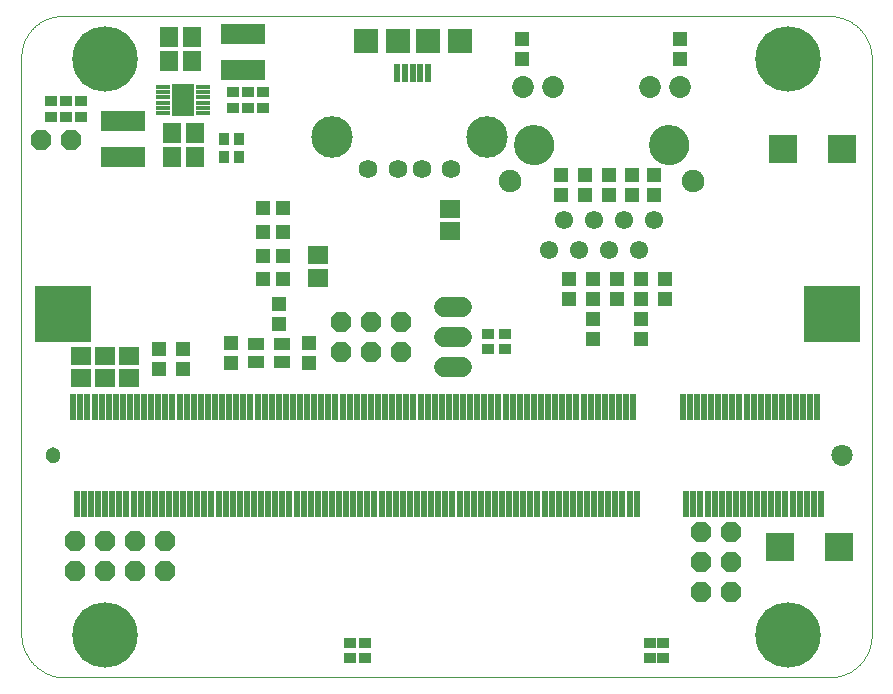
<source format=gbs>
G75*
%MOIN*%
%OFA0B0*%
%FSLAX25Y25*%
%IPPOS*%
%LPD*%
%AMOC8*
5,1,8,0,0,1.08239X$1,22.5*
%
%ADD10C,0.00000*%
%ADD11R,0.02178X0.08674*%
%ADD12R,0.18517X0.18910*%
%ADD13C,0.07099*%
%ADD14C,0.05131*%
%ADD15R,0.04737X0.01784*%
%ADD16R,0.07493X0.10643*%
%ADD17R,0.14580X0.06706*%
%ADD18C,0.06800*%
%ADD19R,0.03556X0.04343*%
%ADD20R,0.04343X0.03556*%
%ADD21R,0.05918X0.06706*%
%ADD22OC8,0.06800*%
%ADD23R,0.06706X0.05918*%
%ADD24C,0.21800*%
%ADD25R,0.09400X0.09400*%
%ADD26R,0.05131X0.04737*%
%ADD27R,0.04737X0.05131*%
%ADD28C,0.06115*%
%ADD29C,0.07296*%
%ADD30C,0.13398*%
%ADD31C,0.07493*%
%ADD32C,0.13855*%
%ADD33C,0.06233*%
%ADD34R,0.05524X0.04343*%
%ADD35R,0.02178X0.06312*%
%ADD36R,0.07887X0.08280*%
%ADD37R,0.08280X0.08280*%
D10*
X0015673Y0001500D02*
X0270791Y0001500D01*
X0271133Y0001504D01*
X0271476Y0001517D01*
X0271818Y0001537D01*
X0272159Y0001566D01*
X0272499Y0001603D01*
X0272839Y0001649D01*
X0273177Y0001702D01*
X0273514Y0001764D01*
X0273849Y0001834D01*
X0274183Y0001912D01*
X0274514Y0001998D01*
X0274844Y0002092D01*
X0275171Y0002194D01*
X0275495Y0002303D01*
X0275817Y0002421D01*
X0276136Y0002546D01*
X0276451Y0002679D01*
X0276764Y0002820D01*
X0277072Y0002968D01*
X0277378Y0003123D01*
X0277679Y0003286D01*
X0277976Y0003456D01*
X0278269Y0003633D01*
X0278558Y0003818D01*
X0278842Y0004009D01*
X0279122Y0004207D01*
X0279396Y0004411D01*
X0279666Y0004623D01*
X0279930Y0004840D01*
X0280189Y0005064D01*
X0280443Y0005295D01*
X0280691Y0005531D01*
X0280933Y0005773D01*
X0281169Y0006021D01*
X0281400Y0006275D01*
X0281624Y0006534D01*
X0281841Y0006798D01*
X0282053Y0007068D01*
X0282257Y0007342D01*
X0282455Y0007622D01*
X0282646Y0007906D01*
X0282831Y0008195D01*
X0283008Y0008488D01*
X0283178Y0008785D01*
X0283341Y0009086D01*
X0283496Y0009392D01*
X0283644Y0009700D01*
X0283785Y0010013D01*
X0283918Y0010328D01*
X0284043Y0010647D01*
X0284161Y0010969D01*
X0284270Y0011293D01*
X0284372Y0011620D01*
X0284466Y0011950D01*
X0284552Y0012281D01*
X0284630Y0012615D01*
X0284700Y0012950D01*
X0284762Y0013287D01*
X0284815Y0013625D01*
X0284861Y0013965D01*
X0284898Y0014305D01*
X0284927Y0014646D01*
X0284947Y0014988D01*
X0284960Y0015331D01*
X0284964Y0015673D01*
X0284965Y0015673D02*
X0284965Y0207799D01*
X0284964Y0207799D02*
X0284960Y0208141D01*
X0284947Y0208484D01*
X0284927Y0208826D01*
X0284898Y0209167D01*
X0284861Y0209507D01*
X0284815Y0209847D01*
X0284762Y0210185D01*
X0284700Y0210522D01*
X0284630Y0210857D01*
X0284552Y0211191D01*
X0284466Y0211522D01*
X0284372Y0211852D01*
X0284270Y0212179D01*
X0284161Y0212503D01*
X0284043Y0212825D01*
X0283918Y0213144D01*
X0283785Y0213459D01*
X0283644Y0213772D01*
X0283496Y0214080D01*
X0283341Y0214386D01*
X0283178Y0214687D01*
X0283008Y0214984D01*
X0282831Y0215277D01*
X0282646Y0215566D01*
X0282455Y0215850D01*
X0282257Y0216130D01*
X0282053Y0216404D01*
X0281841Y0216674D01*
X0281624Y0216938D01*
X0281400Y0217197D01*
X0281169Y0217451D01*
X0280933Y0217699D01*
X0280691Y0217941D01*
X0280443Y0218177D01*
X0280189Y0218408D01*
X0279930Y0218632D01*
X0279666Y0218849D01*
X0279396Y0219061D01*
X0279122Y0219265D01*
X0278842Y0219463D01*
X0278558Y0219654D01*
X0278269Y0219839D01*
X0277976Y0220016D01*
X0277679Y0220186D01*
X0277378Y0220349D01*
X0277072Y0220504D01*
X0276764Y0220652D01*
X0276451Y0220793D01*
X0276136Y0220926D01*
X0275817Y0221051D01*
X0275495Y0221169D01*
X0275171Y0221278D01*
X0274844Y0221380D01*
X0274514Y0221474D01*
X0274183Y0221560D01*
X0273849Y0221638D01*
X0273514Y0221708D01*
X0273177Y0221770D01*
X0272839Y0221823D01*
X0272499Y0221869D01*
X0272159Y0221906D01*
X0271818Y0221935D01*
X0271476Y0221955D01*
X0271133Y0221968D01*
X0270791Y0221972D01*
X0015673Y0221972D01*
X0015342Y0221980D01*
X0015012Y0221980D01*
X0014681Y0221972D01*
X0014351Y0221956D01*
X0014021Y0221932D01*
X0013692Y0221901D01*
X0013364Y0221861D01*
X0013037Y0221813D01*
X0012711Y0221758D01*
X0012386Y0221694D01*
X0012063Y0221623D01*
X0011742Y0221544D01*
X0011423Y0221457D01*
X0011107Y0221363D01*
X0010792Y0221261D01*
X0010480Y0221151D01*
X0010171Y0221034D01*
X0009865Y0220909D01*
X0009562Y0220777D01*
X0009262Y0220638D01*
X0008965Y0220492D01*
X0008672Y0220338D01*
X0008383Y0220177D01*
X0008098Y0220010D01*
X0007817Y0219836D01*
X0007541Y0219654D01*
X0007269Y0219467D01*
X0007001Y0219272D01*
X0006738Y0219072D01*
X0006480Y0218865D01*
X0006228Y0218652D01*
X0005980Y0218433D01*
X0005738Y0218207D01*
X0005501Y0217977D01*
X0005270Y0217740D01*
X0005045Y0217498D01*
X0004826Y0217251D01*
X0004612Y0216998D01*
X0004405Y0216740D01*
X0004204Y0216478D01*
X0004010Y0216210D01*
X0003822Y0215938D01*
X0003641Y0215662D01*
X0003466Y0215381D01*
X0003299Y0215096D01*
X0003138Y0214807D01*
X0002984Y0214514D01*
X0002838Y0214218D01*
X0002698Y0213918D01*
X0002566Y0213615D01*
X0002441Y0213309D01*
X0002324Y0213000D01*
X0002214Y0212688D01*
X0002112Y0212373D01*
X0002017Y0212057D01*
X0001930Y0211738D01*
X0001851Y0211417D01*
X0001779Y0211094D01*
X0001716Y0210769D01*
X0001660Y0210443D01*
X0001612Y0210116D01*
X0001572Y0209788D01*
X0001540Y0209459D01*
X0001516Y0209129D01*
X0001500Y0208799D01*
X0001500Y0016673D01*
X0001492Y0016318D01*
X0001492Y0015963D01*
X0001502Y0015609D01*
X0001520Y0015254D01*
X0001546Y0014901D01*
X0001581Y0014548D01*
X0001625Y0014195D01*
X0001677Y0013845D01*
X0001737Y0013495D01*
X0001806Y0013147D01*
X0001884Y0012801D01*
X0001969Y0012456D01*
X0002063Y0012114D01*
X0002165Y0011774D01*
X0002276Y0011437D01*
X0002394Y0011103D01*
X0002521Y0010771D01*
X0002655Y0010443D01*
X0002798Y0010118D01*
X0002948Y0009797D01*
X0003106Y0009479D01*
X0003271Y0009165D01*
X0003445Y0008855D01*
X0003625Y0008550D01*
X0003813Y0008249D01*
X0004008Y0007953D01*
X0004210Y0007661D01*
X0004419Y0007375D01*
X0004635Y0007093D01*
X0004858Y0006817D01*
X0005088Y0006546D01*
X0005323Y0006281D01*
X0005566Y0006022D01*
X0005814Y0005769D01*
X0006068Y0005521D01*
X0006329Y0005280D01*
X0006595Y0005046D01*
X0006867Y0004817D01*
X0007144Y0004596D01*
X0007426Y0004381D01*
X0007714Y0004173D01*
X0008006Y0003972D01*
X0008303Y0003778D01*
X0008605Y0003592D01*
X0008911Y0003413D01*
X0009222Y0003241D01*
X0009536Y0003077D01*
X0009855Y0002920D01*
X0010177Y0002771D01*
X0010502Y0002630D01*
X0010831Y0002497D01*
X0011163Y0002372D01*
X0011498Y0002255D01*
X0011836Y0002146D01*
X0012176Y0002046D01*
X0012518Y0001953D01*
X0012863Y0001869D01*
X0013210Y0001793D01*
X0013558Y0001726D01*
X0013908Y0001667D01*
X0014259Y0001616D01*
X0014611Y0001574D01*
X0014965Y0001541D01*
X0015319Y0001516D01*
X0015673Y0001500D01*
X0009776Y0075500D02*
X0009778Y0075593D01*
X0009784Y0075685D01*
X0009794Y0075777D01*
X0009808Y0075868D01*
X0009825Y0075959D01*
X0009847Y0076049D01*
X0009872Y0076138D01*
X0009901Y0076226D01*
X0009934Y0076312D01*
X0009971Y0076397D01*
X0010011Y0076481D01*
X0010055Y0076562D01*
X0010102Y0076642D01*
X0010152Y0076720D01*
X0010206Y0076795D01*
X0010263Y0076868D01*
X0010323Y0076938D01*
X0010386Y0077006D01*
X0010452Y0077071D01*
X0010520Y0077133D01*
X0010591Y0077193D01*
X0010665Y0077249D01*
X0010741Y0077302D01*
X0010819Y0077351D01*
X0010899Y0077398D01*
X0010981Y0077440D01*
X0011065Y0077480D01*
X0011150Y0077515D01*
X0011237Y0077547D01*
X0011325Y0077576D01*
X0011414Y0077600D01*
X0011504Y0077621D01*
X0011595Y0077637D01*
X0011687Y0077650D01*
X0011779Y0077659D01*
X0011872Y0077664D01*
X0011964Y0077665D01*
X0012057Y0077662D01*
X0012149Y0077655D01*
X0012241Y0077644D01*
X0012332Y0077629D01*
X0012423Y0077611D01*
X0012513Y0077588D01*
X0012601Y0077562D01*
X0012689Y0077532D01*
X0012775Y0077498D01*
X0012859Y0077461D01*
X0012942Y0077419D01*
X0013023Y0077375D01*
X0013103Y0077327D01*
X0013180Y0077276D01*
X0013254Y0077221D01*
X0013327Y0077163D01*
X0013397Y0077103D01*
X0013464Y0077039D01*
X0013528Y0076973D01*
X0013590Y0076903D01*
X0013648Y0076832D01*
X0013703Y0076758D01*
X0013755Y0076681D01*
X0013804Y0076602D01*
X0013850Y0076522D01*
X0013892Y0076439D01*
X0013930Y0076355D01*
X0013965Y0076269D01*
X0013996Y0076182D01*
X0014023Y0076094D01*
X0014046Y0076004D01*
X0014066Y0075914D01*
X0014082Y0075823D01*
X0014094Y0075731D01*
X0014102Y0075639D01*
X0014106Y0075546D01*
X0014106Y0075454D01*
X0014102Y0075361D01*
X0014094Y0075269D01*
X0014082Y0075177D01*
X0014066Y0075086D01*
X0014046Y0074996D01*
X0014023Y0074906D01*
X0013996Y0074818D01*
X0013965Y0074731D01*
X0013930Y0074645D01*
X0013892Y0074561D01*
X0013850Y0074478D01*
X0013804Y0074398D01*
X0013755Y0074319D01*
X0013703Y0074242D01*
X0013648Y0074168D01*
X0013590Y0074097D01*
X0013528Y0074027D01*
X0013464Y0073961D01*
X0013397Y0073897D01*
X0013327Y0073837D01*
X0013254Y0073779D01*
X0013180Y0073724D01*
X0013103Y0073673D01*
X0013024Y0073625D01*
X0012942Y0073581D01*
X0012859Y0073539D01*
X0012775Y0073502D01*
X0012689Y0073468D01*
X0012601Y0073438D01*
X0012513Y0073412D01*
X0012423Y0073389D01*
X0012332Y0073371D01*
X0012241Y0073356D01*
X0012149Y0073345D01*
X0012057Y0073338D01*
X0011964Y0073335D01*
X0011872Y0073336D01*
X0011779Y0073341D01*
X0011687Y0073350D01*
X0011595Y0073363D01*
X0011504Y0073379D01*
X0011414Y0073400D01*
X0011325Y0073424D01*
X0011237Y0073453D01*
X0011150Y0073485D01*
X0011065Y0073520D01*
X0010981Y0073560D01*
X0010899Y0073602D01*
X0010819Y0073649D01*
X0010741Y0073698D01*
X0010665Y0073751D01*
X0010591Y0073807D01*
X0010520Y0073867D01*
X0010452Y0073929D01*
X0010386Y0073994D01*
X0010323Y0074062D01*
X0010263Y0074132D01*
X0010206Y0074205D01*
X0010152Y0074280D01*
X0010102Y0074358D01*
X0010055Y0074438D01*
X0010011Y0074519D01*
X0009971Y0074603D01*
X0009934Y0074688D01*
X0009901Y0074774D01*
X0009872Y0074862D01*
X0009847Y0074951D01*
X0009825Y0075041D01*
X0009808Y0075132D01*
X0009794Y0075223D01*
X0009784Y0075315D01*
X0009778Y0075407D01*
X0009776Y0075500D01*
X0161142Y0166992D02*
X0161144Y0167107D01*
X0161150Y0167223D01*
X0161160Y0167338D01*
X0161174Y0167453D01*
X0161192Y0167567D01*
X0161214Y0167680D01*
X0161239Y0167793D01*
X0161269Y0167904D01*
X0161302Y0168015D01*
X0161339Y0168124D01*
X0161380Y0168232D01*
X0161425Y0168339D01*
X0161473Y0168444D01*
X0161525Y0168547D01*
X0161581Y0168648D01*
X0161640Y0168748D01*
X0161702Y0168845D01*
X0161768Y0168940D01*
X0161836Y0169033D01*
X0161908Y0169123D01*
X0161983Y0169211D01*
X0162062Y0169296D01*
X0162143Y0169378D01*
X0162226Y0169458D01*
X0162313Y0169534D01*
X0162402Y0169608D01*
X0162493Y0169678D01*
X0162587Y0169746D01*
X0162683Y0169810D01*
X0162782Y0169870D01*
X0162882Y0169927D01*
X0162984Y0169981D01*
X0163088Y0170031D01*
X0163194Y0170078D01*
X0163301Y0170121D01*
X0163410Y0170160D01*
X0163520Y0170195D01*
X0163631Y0170226D01*
X0163743Y0170254D01*
X0163856Y0170278D01*
X0163970Y0170298D01*
X0164085Y0170314D01*
X0164200Y0170326D01*
X0164315Y0170334D01*
X0164430Y0170338D01*
X0164546Y0170338D01*
X0164661Y0170334D01*
X0164776Y0170326D01*
X0164891Y0170314D01*
X0165006Y0170298D01*
X0165120Y0170278D01*
X0165233Y0170254D01*
X0165345Y0170226D01*
X0165456Y0170195D01*
X0165566Y0170160D01*
X0165675Y0170121D01*
X0165782Y0170078D01*
X0165888Y0170031D01*
X0165992Y0169981D01*
X0166094Y0169927D01*
X0166194Y0169870D01*
X0166293Y0169810D01*
X0166389Y0169746D01*
X0166483Y0169678D01*
X0166574Y0169608D01*
X0166663Y0169534D01*
X0166750Y0169458D01*
X0166833Y0169378D01*
X0166914Y0169296D01*
X0166993Y0169211D01*
X0167068Y0169123D01*
X0167140Y0169033D01*
X0167208Y0168940D01*
X0167274Y0168845D01*
X0167336Y0168748D01*
X0167395Y0168648D01*
X0167451Y0168547D01*
X0167503Y0168444D01*
X0167551Y0168339D01*
X0167596Y0168232D01*
X0167637Y0168124D01*
X0167674Y0168015D01*
X0167707Y0167904D01*
X0167737Y0167793D01*
X0167762Y0167680D01*
X0167784Y0167567D01*
X0167802Y0167453D01*
X0167816Y0167338D01*
X0167826Y0167223D01*
X0167832Y0167107D01*
X0167834Y0166992D01*
X0167832Y0166877D01*
X0167826Y0166761D01*
X0167816Y0166646D01*
X0167802Y0166531D01*
X0167784Y0166417D01*
X0167762Y0166304D01*
X0167737Y0166191D01*
X0167707Y0166080D01*
X0167674Y0165969D01*
X0167637Y0165860D01*
X0167596Y0165752D01*
X0167551Y0165645D01*
X0167503Y0165540D01*
X0167451Y0165437D01*
X0167395Y0165336D01*
X0167336Y0165236D01*
X0167274Y0165139D01*
X0167208Y0165044D01*
X0167140Y0164951D01*
X0167068Y0164861D01*
X0166993Y0164773D01*
X0166914Y0164688D01*
X0166833Y0164606D01*
X0166750Y0164526D01*
X0166663Y0164450D01*
X0166574Y0164376D01*
X0166483Y0164306D01*
X0166389Y0164238D01*
X0166293Y0164174D01*
X0166194Y0164114D01*
X0166094Y0164057D01*
X0165992Y0164003D01*
X0165888Y0163953D01*
X0165782Y0163906D01*
X0165675Y0163863D01*
X0165566Y0163824D01*
X0165456Y0163789D01*
X0165345Y0163758D01*
X0165233Y0163730D01*
X0165120Y0163706D01*
X0165006Y0163686D01*
X0164891Y0163670D01*
X0164776Y0163658D01*
X0164661Y0163650D01*
X0164546Y0163646D01*
X0164430Y0163646D01*
X0164315Y0163650D01*
X0164200Y0163658D01*
X0164085Y0163670D01*
X0163970Y0163686D01*
X0163856Y0163706D01*
X0163743Y0163730D01*
X0163631Y0163758D01*
X0163520Y0163789D01*
X0163410Y0163824D01*
X0163301Y0163863D01*
X0163194Y0163906D01*
X0163088Y0163953D01*
X0162984Y0164003D01*
X0162882Y0164057D01*
X0162782Y0164114D01*
X0162683Y0164174D01*
X0162587Y0164238D01*
X0162493Y0164306D01*
X0162402Y0164376D01*
X0162313Y0164450D01*
X0162226Y0164526D01*
X0162143Y0164606D01*
X0162062Y0164688D01*
X0161983Y0164773D01*
X0161908Y0164861D01*
X0161836Y0164951D01*
X0161768Y0165044D01*
X0161702Y0165139D01*
X0161640Y0165236D01*
X0161581Y0165336D01*
X0161525Y0165437D01*
X0161473Y0165540D01*
X0161425Y0165645D01*
X0161380Y0165752D01*
X0161339Y0165860D01*
X0161302Y0165969D01*
X0161269Y0166080D01*
X0161239Y0166191D01*
X0161214Y0166304D01*
X0161192Y0166417D01*
X0161174Y0166531D01*
X0161160Y0166646D01*
X0161150Y0166761D01*
X0161144Y0166877D01*
X0161142Y0166992D01*
X0166201Y0179000D02*
X0166203Y0179158D01*
X0166209Y0179316D01*
X0166219Y0179474D01*
X0166233Y0179632D01*
X0166251Y0179789D01*
X0166272Y0179946D01*
X0166298Y0180102D01*
X0166328Y0180258D01*
X0166361Y0180413D01*
X0166399Y0180566D01*
X0166440Y0180719D01*
X0166485Y0180871D01*
X0166534Y0181022D01*
X0166587Y0181171D01*
X0166643Y0181319D01*
X0166703Y0181465D01*
X0166767Y0181610D01*
X0166835Y0181753D01*
X0166906Y0181895D01*
X0166980Y0182035D01*
X0167058Y0182172D01*
X0167140Y0182308D01*
X0167224Y0182442D01*
X0167313Y0182573D01*
X0167404Y0182702D01*
X0167499Y0182829D01*
X0167596Y0182954D01*
X0167697Y0183076D01*
X0167801Y0183195D01*
X0167908Y0183312D01*
X0168018Y0183426D01*
X0168131Y0183537D01*
X0168246Y0183646D01*
X0168364Y0183751D01*
X0168485Y0183853D01*
X0168608Y0183953D01*
X0168734Y0184049D01*
X0168862Y0184142D01*
X0168992Y0184232D01*
X0169125Y0184318D01*
X0169260Y0184402D01*
X0169396Y0184481D01*
X0169535Y0184558D01*
X0169676Y0184630D01*
X0169818Y0184700D01*
X0169962Y0184765D01*
X0170108Y0184827D01*
X0170255Y0184885D01*
X0170404Y0184940D01*
X0170554Y0184991D01*
X0170705Y0185038D01*
X0170857Y0185081D01*
X0171010Y0185120D01*
X0171165Y0185156D01*
X0171320Y0185187D01*
X0171476Y0185215D01*
X0171632Y0185239D01*
X0171789Y0185259D01*
X0171947Y0185275D01*
X0172104Y0185287D01*
X0172263Y0185295D01*
X0172421Y0185299D01*
X0172579Y0185299D01*
X0172737Y0185295D01*
X0172896Y0185287D01*
X0173053Y0185275D01*
X0173211Y0185259D01*
X0173368Y0185239D01*
X0173524Y0185215D01*
X0173680Y0185187D01*
X0173835Y0185156D01*
X0173990Y0185120D01*
X0174143Y0185081D01*
X0174295Y0185038D01*
X0174446Y0184991D01*
X0174596Y0184940D01*
X0174745Y0184885D01*
X0174892Y0184827D01*
X0175038Y0184765D01*
X0175182Y0184700D01*
X0175324Y0184630D01*
X0175465Y0184558D01*
X0175604Y0184481D01*
X0175740Y0184402D01*
X0175875Y0184318D01*
X0176008Y0184232D01*
X0176138Y0184142D01*
X0176266Y0184049D01*
X0176392Y0183953D01*
X0176515Y0183853D01*
X0176636Y0183751D01*
X0176754Y0183646D01*
X0176869Y0183537D01*
X0176982Y0183426D01*
X0177092Y0183312D01*
X0177199Y0183195D01*
X0177303Y0183076D01*
X0177404Y0182954D01*
X0177501Y0182829D01*
X0177596Y0182702D01*
X0177687Y0182573D01*
X0177776Y0182442D01*
X0177860Y0182308D01*
X0177942Y0182172D01*
X0178020Y0182035D01*
X0178094Y0181895D01*
X0178165Y0181753D01*
X0178233Y0181610D01*
X0178297Y0181465D01*
X0178357Y0181319D01*
X0178413Y0181171D01*
X0178466Y0181022D01*
X0178515Y0180871D01*
X0178560Y0180719D01*
X0178601Y0180566D01*
X0178639Y0180413D01*
X0178672Y0180258D01*
X0178702Y0180102D01*
X0178728Y0179946D01*
X0178749Y0179789D01*
X0178767Y0179632D01*
X0178781Y0179474D01*
X0178791Y0179316D01*
X0178797Y0179158D01*
X0178799Y0179000D01*
X0178797Y0178842D01*
X0178791Y0178684D01*
X0178781Y0178526D01*
X0178767Y0178368D01*
X0178749Y0178211D01*
X0178728Y0178054D01*
X0178702Y0177898D01*
X0178672Y0177742D01*
X0178639Y0177587D01*
X0178601Y0177434D01*
X0178560Y0177281D01*
X0178515Y0177129D01*
X0178466Y0176978D01*
X0178413Y0176829D01*
X0178357Y0176681D01*
X0178297Y0176535D01*
X0178233Y0176390D01*
X0178165Y0176247D01*
X0178094Y0176105D01*
X0178020Y0175965D01*
X0177942Y0175828D01*
X0177860Y0175692D01*
X0177776Y0175558D01*
X0177687Y0175427D01*
X0177596Y0175298D01*
X0177501Y0175171D01*
X0177404Y0175046D01*
X0177303Y0174924D01*
X0177199Y0174805D01*
X0177092Y0174688D01*
X0176982Y0174574D01*
X0176869Y0174463D01*
X0176754Y0174354D01*
X0176636Y0174249D01*
X0176515Y0174147D01*
X0176392Y0174047D01*
X0176266Y0173951D01*
X0176138Y0173858D01*
X0176008Y0173768D01*
X0175875Y0173682D01*
X0175740Y0173598D01*
X0175604Y0173519D01*
X0175465Y0173442D01*
X0175324Y0173370D01*
X0175182Y0173300D01*
X0175038Y0173235D01*
X0174892Y0173173D01*
X0174745Y0173115D01*
X0174596Y0173060D01*
X0174446Y0173009D01*
X0174295Y0172962D01*
X0174143Y0172919D01*
X0173990Y0172880D01*
X0173835Y0172844D01*
X0173680Y0172813D01*
X0173524Y0172785D01*
X0173368Y0172761D01*
X0173211Y0172741D01*
X0173053Y0172725D01*
X0172896Y0172713D01*
X0172737Y0172705D01*
X0172579Y0172701D01*
X0172421Y0172701D01*
X0172263Y0172705D01*
X0172104Y0172713D01*
X0171947Y0172725D01*
X0171789Y0172741D01*
X0171632Y0172761D01*
X0171476Y0172785D01*
X0171320Y0172813D01*
X0171165Y0172844D01*
X0171010Y0172880D01*
X0170857Y0172919D01*
X0170705Y0172962D01*
X0170554Y0173009D01*
X0170404Y0173060D01*
X0170255Y0173115D01*
X0170108Y0173173D01*
X0169962Y0173235D01*
X0169818Y0173300D01*
X0169676Y0173370D01*
X0169535Y0173442D01*
X0169396Y0173519D01*
X0169260Y0173598D01*
X0169125Y0173682D01*
X0168992Y0173768D01*
X0168862Y0173858D01*
X0168734Y0173951D01*
X0168608Y0174047D01*
X0168485Y0174147D01*
X0168364Y0174249D01*
X0168246Y0174354D01*
X0168131Y0174463D01*
X0168018Y0174574D01*
X0167908Y0174688D01*
X0167801Y0174805D01*
X0167697Y0174924D01*
X0167596Y0175046D01*
X0167499Y0175171D01*
X0167404Y0175298D01*
X0167313Y0175427D01*
X0167224Y0175558D01*
X0167140Y0175692D01*
X0167058Y0175828D01*
X0166980Y0175965D01*
X0166906Y0176105D01*
X0166835Y0176247D01*
X0166767Y0176390D01*
X0166703Y0176535D01*
X0166643Y0176681D01*
X0166587Y0176829D01*
X0166534Y0176978D01*
X0166485Y0177129D01*
X0166440Y0177281D01*
X0166399Y0177434D01*
X0166361Y0177587D01*
X0166328Y0177742D01*
X0166298Y0177898D01*
X0166272Y0178054D01*
X0166251Y0178211D01*
X0166233Y0178368D01*
X0166219Y0178526D01*
X0166209Y0178684D01*
X0166203Y0178842D01*
X0166201Y0179000D01*
X0211201Y0179000D02*
X0211203Y0179158D01*
X0211209Y0179316D01*
X0211219Y0179474D01*
X0211233Y0179632D01*
X0211251Y0179789D01*
X0211272Y0179946D01*
X0211298Y0180102D01*
X0211328Y0180258D01*
X0211361Y0180413D01*
X0211399Y0180566D01*
X0211440Y0180719D01*
X0211485Y0180871D01*
X0211534Y0181022D01*
X0211587Y0181171D01*
X0211643Y0181319D01*
X0211703Y0181465D01*
X0211767Y0181610D01*
X0211835Y0181753D01*
X0211906Y0181895D01*
X0211980Y0182035D01*
X0212058Y0182172D01*
X0212140Y0182308D01*
X0212224Y0182442D01*
X0212313Y0182573D01*
X0212404Y0182702D01*
X0212499Y0182829D01*
X0212596Y0182954D01*
X0212697Y0183076D01*
X0212801Y0183195D01*
X0212908Y0183312D01*
X0213018Y0183426D01*
X0213131Y0183537D01*
X0213246Y0183646D01*
X0213364Y0183751D01*
X0213485Y0183853D01*
X0213608Y0183953D01*
X0213734Y0184049D01*
X0213862Y0184142D01*
X0213992Y0184232D01*
X0214125Y0184318D01*
X0214260Y0184402D01*
X0214396Y0184481D01*
X0214535Y0184558D01*
X0214676Y0184630D01*
X0214818Y0184700D01*
X0214962Y0184765D01*
X0215108Y0184827D01*
X0215255Y0184885D01*
X0215404Y0184940D01*
X0215554Y0184991D01*
X0215705Y0185038D01*
X0215857Y0185081D01*
X0216010Y0185120D01*
X0216165Y0185156D01*
X0216320Y0185187D01*
X0216476Y0185215D01*
X0216632Y0185239D01*
X0216789Y0185259D01*
X0216947Y0185275D01*
X0217104Y0185287D01*
X0217263Y0185295D01*
X0217421Y0185299D01*
X0217579Y0185299D01*
X0217737Y0185295D01*
X0217896Y0185287D01*
X0218053Y0185275D01*
X0218211Y0185259D01*
X0218368Y0185239D01*
X0218524Y0185215D01*
X0218680Y0185187D01*
X0218835Y0185156D01*
X0218990Y0185120D01*
X0219143Y0185081D01*
X0219295Y0185038D01*
X0219446Y0184991D01*
X0219596Y0184940D01*
X0219745Y0184885D01*
X0219892Y0184827D01*
X0220038Y0184765D01*
X0220182Y0184700D01*
X0220324Y0184630D01*
X0220465Y0184558D01*
X0220604Y0184481D01*
X0220740Y0184402D01*
X0220875Y0184318D01*
X0221008Y0184232D01*
X0221138Y0184142D01*
X0221266Y0184049D01*
X0221392Y0183953D01*
X0221515Y0183853D01*
X0221636Y0183751D01*
X0221754Y0183646D01*
X0221869Y0183537D01*
X0221982Y0183426D01*
X0222092Y0183312D01*
X0222199Y0183195D01*
X0222303Y0183076D01*
X0222404Y0182954D01*
X0222501Y0182829D01*
X0222596Y0182702D01*
X0222687Y0182573D01*
X0222776Y0182442D01*
X0222860Y0182308D01*
X0222942Y0182172D01*
X0223020Y0182035D01*
X0223094Y0181895D01*
X0223165Y0181753D01*
X0223233Y0181610D01*
X0223297Y0181465D01*
X0223357Y0181319D01*
X0223413Y0181171D01*
X0223466Y0181022D01*
X0223515Y0180871D01*
X0223560Y0180719D01*
X0223601Y0180566D01*
X0223639Y0180413D01*
X0223672Y0180258D01*
X0223702Y0180102D01*
X0223728Y0179946D01*
X0223749Y0179789D01*
X0223767Y0179632D01*
X0223781Y0179474D01*
X0223791Y0179316D01*
X0223797Y0179158D01*
X0223799Y0179000D01*
X0223797Y0178842D01*
X0223791Y0178684D01*
X0223781Y0178526D01*
X0223767Y0178368D01*
X0223749Y0178211D01*
X0223728Y0178054D01*
X0223702Y0177898D01*
X0223672Y0177742D01*
X0223639Y0177587D01*
X0223601Y0177434D01*
X0223560Y0177281D01*
X0223515Y0177129D01*
X0223466Y0176978D01*
X0223413Y0176829D01*
X0223357Y0176681D01*
X0223297Y0176535D01*
X0223233Y0176390D01*
X0223165Y0176247D01*
X0223094Y0176105D01*
X0223020Y0175965D01*
X0222942Y0175828D01*
X0222860Y0175692D01*
X0222776Y0175558D01*
X0222687Y0175427D01*
X0222596Y0175298D01*
X0222501Y0175171D01*
X0222404Y0175046D01*
X0222303Y0174924D01*
X0222199Y0174805D01*
X0222092Y0174688D01*
X0221982Y0174574D01*
X0221869Y0174463D01*
X0221754Y0174354D01*
X0221636Y0174249D01*
X0221515Y0174147D01*
X0221392Y0174047D01*
X0221266Y0173951D01*
X0221138Y0173858D01*
X0221008Y0173768D01*
X0220875Y0173682D01*
X0220740Y0173598D01*
X0220604Y0173519D01*
X0220465Y0173442D01*
X0220324Y0173370D01*
X0220182Y0173300D01*
X0220038Y0173235D01*
X0219892Y0173173D01*
X0219745Y0173115D01*
X0219596Y0173060D01*
X0219446Y0173009D01*
X0219295Y0172962D01*
X0219143Y0172919D01*
X0218990Y0172880D01*
X0218835Y0172844D01*
X0218680Y0172813D01*
X0218524Y0172785D01*
X0218368Y0172761D01*
X0218211Y0172741D01*
X0218053Y0172725D01*
X0217896Y0172713D01*
X0217737Y0172705D01*
X0217579Y0172701D01*
X0217421Y0172701D01*
X0217263Y0172705D01*
X0217104Y0172713D01*
X0216947Y0172725D01*
X0216789Y0172741D01*
X0216632Y0172761D01*
X0216476Y0172785D01*
X0216320Y0172813D01*
X0216165Y0172844D01*
X0216010Y0172880D01*
X0215857Y0172919D01*
X0215705Y0172962D01*
X0215554Y0173009D01*
X0215404Y0173060D01*
X0215255Y0173115D01*
X0215108Y0173173D01*
X0214962Y0173235D01*
X0214818Y0173300D01*
X0214676Y0173370D01*
X0214535Y0173442D01*
X0214396Y0173519D01*
X0214260Y0173598D01*
X0214125Y0173682D01*
X0213992Y0173768D01*
X0213862Y0173858D01*
X0213734Y0173951D01*
X0213608Y0174047D01*
X0213485Y0174147D01*
X0213364Y0174249D01*
X0213246Y0174354D01*
X0213131Y0174463D01*
X0213018Y0174574D01*
X0212908Y0174688D01*
X0212801Y0174805D01*
X0212697Y0174924D01*
X0212596Y0175046D01*
X0212499Y0175171D01*
X0212404Y0175298D01*
X0212313Y0175427D01*
X0212224Y0175558D01*
X0212140Y0175692D01*
X0212058Y0175828D01*
X0211980Y0175965D01*
X0211906Y0176105D01*
X0211835Y0176247D01*
X0211767Y0176390D01*
X0211703Y0176535D01*
X0211643Y0176681D01*
X0211587Y0176829D01*
X0211534Y0176978D01*
X0211485Y0177129D01*
X0211440Y0177281D01*
X0211399Y0177434D01*
X0211361Y0177587D01*
X0211328Y0177742D01*
X0211298Y0177898D01*
X0211272Y0178054D01*
X0211251Y0178211D01*
X0211233Y0178368D01*
X0211219Y0178526D01*
X0211209Y0178684D01*
X0211203Y0178842D01*
X0211201Y0179000D01*
X0222166Y0166992D02*
X0222168Y0167107D01*
X0222174Y0167223D01*
X0222184Y0167338D01*
X0222198Y0167453D01*
X0222216Y0167567D01*
X0222238Y0167680D01*
X0222263Y0167793D01*
X0222293Y0167904D01*
X0222326Y0168015D01*
X0222363Y0168124D01*
X0222404Y0168232D01*
X0222449Y0168339D01*
X0222497Y0168444D01*
X0222549Y0168547D01*
X0222605Y0168648D01*
X0222664Y0168748D01*
X0222726Y0168845D01*
X0222792Y0168940D01*
X0222860Y0169033D01*
X0222932Y0169123D01*
X0223007Y0169211D01*
X0223086Y0169296D01*
X0223167Y0169378D01*
X0223250Y0169458D01*
X0223337Y0169534D01*
X0223426Y0169608D01*
X0223517Y0169678D01*
X0223611Y0169746D01*
X0223707Y0169810D01*
X0223806Y0169870D01*
X0223906Y0169927D01*
X0224008Y0169981D01*
X0224112Y0170031D01*
X0224218Y0170078D01*
X0224325Y0170121D01*
X0224434Y0170160D01*
X0224544Y0170195D01*
X0224655Y0170226D01*
X0224767Y0170254D01*
X0224880Y0170278D01*
X0224994Y0170298D01*
X0225109Y0170314D01*
X0225224Y0170326D01*
X0225339Y0170334D01*
X0225454Y0170338D01*
X0225570Y0170338D01*
X0225685Y0170334D01*
X0225800Y0170326D01*
X0225915Y0170314D01*
X0226030Y0170298D01*
X0226144Y0170278D01*
X0226257Y0170254D01*
X0226369Y0170226D01*
X0226480Y0170195D01*
X0226590Y0170160D01*
X0226699Y0170121D01*
X0226806Y0170078D01*
X0226912Y0170031D01*
X0227016Y0169981D01*
X0227118Y0169927D01*
X0227218Y0169870D01*
X0227317Y0169810D01*
X0227413Y0169746D01*
X0227507Y0169678D01*
X0227598Y0169608D01*
X0227687Y0169534D01*
X0227774Y0169458D01*
X0227857Y0169378D01*
X0227938Y0169296D01*
X0228017Y0169211D01*
X0228092Y0169123D01*
X0228164Y0169033D01*
X0228232Y0168940D01*
X0228298Y0168845D01*
X0228360Y0168748D01*
X0228419Y0168648D01*
X0228475Y0168547D01*
X0228527Y0168444D01*
X0228575Y0168339D01*
X0228620Y0168232D01*
X0228661Y0168124D01*
X0228698Y0168015D01*
X0228731Y0167904D01*
X0228761Y0167793D01*
X0228786Y0167680D01*
X0228808Y0167567D01*
X0228826Y0167453D01*
X0228840Y0167338D01*
X0228850Y0167223D01*
X0228856Y0167107D01*
X0228858Y0166992D01*
X0228856Y0166877D01*
X0228850Y0166761D01*
X0228840Y0166646D01*
X0228826Y0166531D01*
X0228808Y0166417D01*
X0228786Y0166304D01*
X0228761Y0166191D01*
X0228731Y0166080D01*
X0228698Y0165969D01*
X0228661Y0165860D01*
X0228620Y0165752D01*
X0228575Y0165645D01*
X0228527Y0165540D01*
X0228475Y0165437D01*
X0228419Y0165336D01*
X0228360Y0165236D01*
X0228298Y0165139D01*
X0228232Y0165044D01*
X0228164Y0164951D01*
X0228092Y0164861D01*
X0228017Y0164773D01*
X0227938Y0164688D01*
X0227857Y0164606D01*
X0227774Y0164526D01*
X0227687Y0164450D01*
X0227598Y0164376D01*
X0227507Y0164306D01*
X0227413Y0164238D01*
X0227317Y0164174D01*
X0227218Y0164114D01*
X0227118Y0164057D01*
X0227016Y0164003D01*
X0226912Y0163953D01*
X0226806Y0163906D01*
X0226699Y0163863D01*
X0226590Y0163824D01*
X0226480Y0163789D01*
X0226369Y0163758D01*
X0226257Y0163730D01*
X0226144Y0163706D01*
X0226030Y0163686D01*
X0225915Y0163670D01*
X0225800Y0163658D01*
X0225685Y0163650D01*
X0225570Y0163646D01*
X0225454Y0163646D01*
X0225339Y0163650D01*
X0225224Y0163658D01*
X0225109Y0163670D01*
X0224994Y0163686D01*
X0224880Y0163706D01*
X0224767Y0163730D01*
X0224655Y0163758D01*
X0224544Y0163789D01*
X0224434Y0163824D01*
X0224325Y0163863D01*
X0224218Y0163906D01*
X0224112Y0163953D01*
X0224008Y0164003D01*
X0223906Y0164057D01*
X0223806Y0164114D01*
X0223707Y0164174D01*
X0223611Y0164238D01*
X0223517Y0164306D01*
X0223426Y0164376D01*
X0223337Y0164450D01*
X0223250Y0164526D01*
X0223167Y0164606D01*
X0223086Y0164688D01*
X0223007Y0164773D01*
X0222932Y0164861D01*
X0222860Y0164951D01*
X0222792Y0165044D01*
X0222726Y0165139D01*
X0222664Y0165236D01*
X0222605Y0165336D01*
X0222549Y0165437D01*
X0222497Y0165540D01*
X0222449Y0165645D01*
X0222404Y0165752D01*
X0222363Y0165860D01*
X0222326Y0165969D01*
X0222293Y0166080D01*
X0222263Y0166191D01*
X0222238Y0166304D01*
X0222216Y0166417D01*
X0222198Y0166531D01*
X0222184Y0166646D01*
X0222174Y0166761D01*
X0222168Y0166877D01*
X0222166Y0166992D01*
X0271783Y0075500D02*
X0271785Y0075612D01*
X0271791Y0075723D01*
X0271801Y0075835D01*
X0271815Y0075946D01*
X0271832Y0076056D01*
X0271854Y0076166D01*
X0271880Y0076275D01*
X0271909Y0076383D01*
X0271942Y0076489D01*
X0271979Y0076595D01*
X0272020Y0076699D01*
X0272065Y0076802D01*
X0272113Y0076903D01*
X0272164Y0077002D01*
X0272219Y0077099D01*
X0272278Y0077194D01*
X0272339Y0077288D01*
X0272404Y0077379D01*
X0272473Y0077467D01*
X0272544Y0077553D01*
X0272618Y0077637D01*
X0272696Y0077717D01*
X0272776Y0077795D01*
X0272859Y0077871D01*
X0272944Y0077943D01*
X0273032Y0078012D01*
X0273122Y0078078D01*
X0273215Y0078140D01*
X0273310Y0078200D01*
X0273407Y0078256D01*
X0273505Y0078308D01*
X0273606Y0078357D01*
X0273708Y0078402D01*
X0273812Y0078444D01*
X0273917Y0078482D01*
X0274024Y0078516D01*
X0274131Y0078546D01*
X0274240Y0078573D01*
X0274349Y0078595D01*
X0274460Y0078614D01*
X0274570Y0078629D01*
X0274682Y0078640D01*
X0274793Y0078647D01*
X0274905Y0078650D01*
X0275017Y0078649D01*
X0275129Y0078644D01*
X0275240Y0078635D01*
X0275351Y0078622D01*
X0275462Y0078605D01*
X0275572Y0078585D01*
X0275681Y0078560D01*
X0275789Y0078532D01*
X0275896Y0078499D01*
X0276002Y0078463D01*
X0276106Y0078423D01*
X0276209Y0078380D01*
X0276311Y0078333D01*
X0276410Y0078282D01*
X0276508Y0078228D01*
X0276604Y0078170D01*
X0276698Y0078109D01*
X0276789Y0078045D01*
X0276878Y0077978D01*
X0276965Y0077907D01*
X0277049Y0077833D01*
X0277131Y0077757D01*
X0277209Y0077677D01*
X0277285Y0077595D01*
X0277358Y0077510D01*
X0277428Y0077423D01*
X0277494Y0077333D01*
X0277558Y0077241D01*
X0277618Y0077147D01*
X0277675Y0077051D01*
X0277728Y0076952D01*
X0277778Y0076852D01*
X0277824Y0076751D01*
X0277867Y0076647D01*
X0277906Y0076542D01*
X0277941Y0076436D01*
X0277972Y0076329D01*
X0278000Y0076220D01*
X0278023Y0076111D01*
X0278043Y0076001D01*
X0278059Y0075890D01*
X0278071Y0075779D01*
X0278079Y0075668D01*
X0278083Y0075556D01*
X0278083Y0075444D01*
X0278079Y0075332D01*
X0278071Y0075221D01*
X0278059Y0075110D01*
X0278043Y0074999D01*
X0278023Y0074889D01*
X0278000Y0074780D01*
X0277972Y0074671D01*
X0277941Y0074564D01*
X0277906Y0074458D01*
X0277867Y0074353D01*
X0277824Y0074249D01*
X0277778Y0074148D01*
X0277728Y0074048D01*
X0277675Y0073949D01*
X0277618Y0073853D01*
X0277558Y0073759D01*
X0277494Y0073667D01*
X0277428Y0073577D01*
X0277358Y0073490D01*
X0277285Y0073405D01*
X0277209Y0073323D01*
X0277131Y0073243D01*
X0277049Y0073167D01*
X0276965Y0073093D01*
X0276878Y0073022D01*
X0276789Y0072955D01*
X0276698Y0072891D01*
X0276604Y0072830D01*
X0276508Y0072772D01*
X0276410Y0072718D01*
X0276311Y0072667D01*
X0276209Y0072620D01*
X0276106Y0072577D01*
X0276002Y0072537D01*
X0275896Y0072501D01*
X0275789Y0072468D01*
X0275681Y0072440D01*
X0275572Y0072415D01*
X0275462Y0072395D01*
X0275351Y0072378D01*
X0275240Y0072365D01*
X0275129Y0072356D01*
X0275017Y0072351D01*
X0274905Y0072350D01*
X0274793Y0072353D01*
X0274682Y0072360D01*
X0274570Y0072371D01*
X0274460Y0072386D01*
X0274349Y0072405D01*
X0274240Y0072427D01*
X0274131Y0072454D01*
X0274024Y0072484D01*
X0273917Y0072518D01*
X0273812Y0072556D01*
X0273708Y0072598D01*
X0273606Y0072643D01*
X0273505Y0072692D01*
X0273407Y0072744D01*
X0273310Y0072800D01*
X0273215Y0072860D01*
X0273122Y0072922D01*
X0273032Y0072988D01*
X0272944Y0073057D01*
X0272859Y0073129D01*
X0272776Y0073205D01*
X0272696Y0073283D01*
X0272618Y0073363D01*
X0272544Y0073447D01*
X0272473Y0073533D01*
X0272404Y0073621D01*
X0272339Y0073712D01*
X0272278Y0073806D01*
X0272219Y0073901D01*
X0272164Y0073998D01*
X0272113Y0074097D01*
X0272065Y0074198D01*
X0272020Y0074301D01*
X0271979Y0074405D01*
X0271942Y0074511D01*
X0271909Y0074617D01*
X0271880Y0074725D01*
X0271854Y0074834D01*
X0271832Y0074944D01*
X0271815Y0075054D01*
X0271801Y0075165D01*
X0271791Y0075277D01*
X0271785Y0075388D01*
X0271783Y0075500D01*
D11*
X0268043Y0059358D03*
X0265681Y0059358D03*
X0263319Y0059358D03*
X0260957Y0059358D03*
X0258594Y0059358D03*
X0256232Y0059358D03*
X0253870Y0059358D03*
X0251508Y0059358D03*
X0249146Y0059358D03*
X0246783Y0059358D03*
X0244421Y0059358D03*
X0242059Y0059358D03*
X0239697Y0059358D03*
X0237335Y0059358D03*
X0234972Y0059358D03*
X0232610Y0059358D03*
X0230248Y0059358D03*
X0227886Y0059358D03*
X0225524Y0059358D03*
X0223161Y0059358D03*
X0206626Y0059358D03*
X0204264Y0059358D03*
X0201902Y0059358D03*
X0199539Y0059358D03*
X0197177Y0059358D03*
X0194815Y0059358D03*
X0192453Y0059358D03*
X0190091Y0059358D03*
X0187728Y0059358D03*
X0185366Y0059358D03*
X0183004Y0059358D03*
X0180642Y0059358D03*
X0178280Y0059358D03*
X0175917Y0059358D03*
X0173555Y0059358D03*
X0171193Y0059358D03*
X0168831Y0059358D03*
X0166469Y0059358D03*
X0164106Y0059358D03*
X0161744Y0059358D03*
X0159382Y0059358D03*
X0157020Y0059358D03*
X0154657Y0059358D03*
X0152295Y0059358D03*
X0149933Y0059358D03*
X0147571Y0059358D03*
X0145209Y0059358D03*
X0142846Y0059358D03*
X0140484Y0059358D03*
X0138122Y0059358D03*
X0135760Y0059358D03*
X0133398Y0059358D03*
X0131035Y0059358D03*
X0128673Y0059358D03*
X0126311Y0059358D03*
X0123949Y0059358D03*
X0121587Y0059358D03*
X0119224Y0059358D03*
X0116862Y0059358D03*
X0114500Y0059358D03*
X0112138Y0059358D03*
X0109776Y0059358D03*
X0107413Y0059358D03*
X0105051Y0059358D03*
X0102689Y0059358D03*
X0100327Y0059358D03*
X0097965Y0059358D03*
X0095602Y0059358D03*
X0093240Y0059358D03*
X0090878Y0059358D03*
X0088516Y0059358D03*
X0086154Y0059358D03*
X0083791Y0059358D03*
X0081429Y0059358D03*
X0079067Y0059358D03*
X0076705Y0059358D03*
X0074343Y0059358D03*
X0071980Y0059358D03*
X0069618Y0059358D03*
X0067256Y0059358D03*
X0064894Y0059358D03*
X0062531Y0059358D03*
X0060169Y0059358D03*
X0057807Y0059358D03*
X0055445Y0059358D03*
X0053083Y0059358D03*
X0050720Y0059358D03*
X0048358Y0059358D03*
X0045996Y0059358D03*
X0043634Y0059358D03*
X0041272Y0059358D03*
X0038909Y0059358D03*
X0036547Y0059358D03*
X0034185Y0059358D03*
X0031823Y0059358D03*
X0029461Y0059358D03*
X0027098Y0059358D03*
X0024736Y0059358D03*
X0022374Y0059358D03*
X0020012Y0059358D03*
X0021193Y0091642D03*
X0023555Y0091642D03*
X0025917Y0091642D03*
X0028280Y0091642D03*
X0030642Y0091642D03*
X0033004Y0091642D03*
X0035366Y0091642D03*
X0037728Y0091642D03*
X0040091Y0091642D03*
X0042453Y0091642D03*
X0044815Y0091642D03*
X0047177Y0091642D03*
X0049539Y0091642D03*
X0051902Y0091642D03*
X0054264Y0091642D03*
X0056626Y0091642D03*
X0058988Y0091642D03*
X0061350Y0091642D03*
X0063713Y0091642D03*
X0066075Y0091642D03*
X0068437Y0091642D03*
X0070799Y0091642D03*
X0073161Y0091642D03*
X0075524Y0091642D03*
X0077886Y0091642D03*
X0080248Y0091642D03*
X0082610Y0091642D03*
X0084972Y0091642D03*
X0087335Y0091642D03*
X0089697Y0091642D03*
X0092059Y0091642D03*
X0094421Y0091642D03*
X0096783Y0091642D03*
X0099146Y0091642D03*
X0101508Y0091642D03*
X0103870Y0091642D03*
X0106232Y0091642D03*
X0108594Y0091642D03*
X0110957Y0091642D03*
X0113319Y0091642D03*
X0115681Y0091642D03*
X0118043Y0091642D03*
X0120406Y0091642D03*
X0122768Y0091642D03*
X0125130Y0091642D03*
X0127492Y0091642D03*
X0129854Y0091642D03*
X0132217Y0091642D03*
X0134579Y0091642D03*
X0136941Y0091642D03*
X0139303Y0091642D03*
X0141665Y0091642D03*
X0144028Y0091642D03*
X0146390Y0091642D03*
X0148752Y0091642D03*
X0151114Y0091642D03*
X0153476Y0091642D03*
X0155839Y0091642D03*
X0158201Y0091642D03*
X0160563Y0091642D03*
X0162925Y0091642D03*
X0165287Y0091642D03*
X0167650Y0091642D03*
X0170012Y0091642D03*
X0172374Y0091642D03*
X0174736Y0091642D03*
X0177098Y0091642D03*
X0179461Y0091642D03*
X0181823Y0091642D03*
X0184185Y0091642D03*
X0186547Y0091642D03*
X0188909Y0091642D03*
X0191272Y0091642D03*
X0193634Y0091642D03*
X0195996Y0091642D03*
X0198358Y0091642D03*
X0200720Y0091642D03*
X0203083Y0091642D03*
X0205445Y0091642D03*
X0221980Y0091642D03*
X0224343Y0091642D03*
X0226705Y0091642D03*
X0229067Y0091642D03*
X0231429Y0091642D03*
X0233791Y0091642D03*
X0236154Y0091642D03*
X0238516Y0091642D03*
X0240878Y0091642D03*
X0243240Y0091642D03*
X0245602Y0091642D03*
X0247965Y0091642D03*
X0250327Y0091642D03*
X0252689Y0091642D03*
X0255051Y0091642D03*
X0257413Y0091642D03*
X0259776Y0091642D03*
X0262138Y0091642D03*
X0264500Y0091642D03*
X0266862Y0091642D03*
X0018831Y0091642D03*
D12*
X0015287Y0122744D03*
X0271587Y0122744D03*
D13*
X0274933Y0075500D03*
D14*
X0011941Y0075500D03*
D15*
X0048807Y0189571D03*
X0048807Y0191343D03*
X0048807Y0193114D03*
X0048807Y0194886D03*
X0048807Y0196657D03*
X0048807Y0198429D03*
X0062193Y0198429D03*
X0062193Y0196657D03*
X0062193Y0194886D03*
X0062193Y0193114D03*
X0062193Y0191343D03*
X0062193Y0189571D03*
D16*
X0055500Y0194000D03*
D17*
X0035500Y0187004D03*
X0035500Y0174996D03*
X0075500Y0203996D03*
X0075500Y0216004D03*
D18*
X0142500Y0125000D02*
X0148500Y0125000D01*
X0148500Y0115000D02*
X0142500Y0115000D01*
X0142500Y0105000D02*
X0148500Y0105000D01*
D19*
X0074059Y0175000D03*
X0068941Y0175000D03*
X0068941Y0181000D03*
X0074059Y0181000D03*
D20*
X0072000Y0191441D03*
X0077000Y0191441D03*
X0082000Y0191441D03*
X0082000Y0196559D03*
X0077000Y0196559D03*
X0072000Y0196559D03*
X0021500Y0193559D03*
X0016500Y0193559D03*
X0011500Y0193559D03*
X0011500Y0188441D03*
X0016500Y0188441D03*
X0021500Y0188441D03*
X0157200Y0116059D03*
X0157200Y0110941D03*
X0162800Y0110941D03*
X0162800Y0116059D03*
X0116000Y0013059D03*
X0111000Y0013059D03*
X0111000Y0007941D03*
X0116000Y0007941D03*
X0211000Y0007941D03*
X0215500Y0007941D03*
X0215500Y0013059D03*
X0211000Y0013059D03*
D21*
X0059240Y0175000D03*
X0051760Y0175000D03*
X0051760Y0183000D03*
X0059240Y0183000D03*
X0058240Y0207000D03*
X0050760Y0207000D03*
X0050760Y0215000D03*
X0058240Y0215000D03*
D22*
X0018000Y0180500D03*
X0008000Y0180500D03*
X0108000Y0120000D03*
X0118000Y0120000D03*
X0128000Y0120000D03*
X0128000Y0110000D03*
X0118000Y0110000D03*
X0108000Y0110000D03*
X0049500Y0047000D03*
X0049500Y0037000D03*
X0039500Y0037000D03*
X0029500Y0037000D03*
X0029500Y0047000D03*
X0039500Y0047000D03*
X0019500Y0047000D03*
X0019500Y0037000D03*
X0228000Y0040000D03*
X0228000Y0030000D03*
X0238000Y0030000D03*
X0238000Y0040000D03*
X0238000Y0050000D03*
X0228000Y0050000D03*
D23*
X0144500Y0150260D03*
X0144500Y0157740D03*
X0100500Y0142240D03*
X0100500Y0134760D03*
X0037500Y0108740D03*
X0029500Y0108740D03*
X0021500Y0108740D03*
X0021500Y0101260D03*
X0029500Y0101260D03*
X0037500Y0101260D03*
D24*
X0029453Y0015673D03*
X0257012Y0015673D03*
X0257012Y0207799D03*
X0029453Y0207799D03*
D25*
X0254315Y0045000D03*
X0274000Y0045000D03*
X0275185Y0177500D03*
X0255500Y0177500D03*
D26*
X0221000Y0207654D03*
X0221000Y0214346D03*
X0168500Y0214346D03*
X0168500Y0207654D03*
X0088846Y0158000D03*
X0082154Y0158000D03*
X0082154Y0150000D03*
X0088846Y0150000D03*
X0088846Y0142100D03*
X0082154Y0142100D03*
X0087500Y0125846D03*
X0087500Y0119154D03*
X0184000Y0127654D03*
X0184000Y0134346D03*
X0192000Y0134346D03*
X0200000Y0134346D03*
X0200000Y0127654D03*
X0192000Y0127654D03*
X0208000Y0127654D03*
X0208000Y0134346D03*
X0216000Y0134346D03*
X0216000Y0127654D03*
D27*
X0208000Y0120846D03*
X0208000Y0114154D03*
X0192000Y0114154D03*
X0192000Y0120846D03*
X0189500Y0162154D03*
X0197500Y0162154D03*
X0197500Y0168846D03*
X0189500Y0168846D03*
X0181500Y0168846D03*
X0181500Y0162154D03*
X0205000Y0162154D03*
X0205000Y0168846D03*
X0212500Y0168846D03*
X0212500Y0162154D03*
X0097500Y0112846D03*
X0097500Y0106154D03*
X0071500Y0106154D03*
X0071500Y0112846D03*
X0055500Y0110846D03*
X0055500Y0104154D03*
X0047500Y0104154D03*
X0047500Y0110846D03*
X0082154Y0134200D03*
X0088846Y0134200D03*
D28*
X0177520Y0144000D03*
X0187520Y0144000D03*
X0197520Y0144000D03*
X0207520Y0144000D03*
X0212520Y0154000D03*
X0202520Y0154000D03*
X0192520Y0154000D03*
X0182520Y0154000D03*
D29*
X0178898Y0198291D03*
X0168898Y0198291D03*
X0211102Y0198291D03*
X0221102Y0198291D03*
D30*
X0217500Y0179000D03*
X0172500Y0179000D03*
D31*
X0164488Y0166992D03*
X0225512Y0166992D03*
D32*
X0156866Y0181500D03*
X0105134Y0181500D03*
D33*
X0117220Y0170870D03*
X0127063Y0170870D03*
X0134937Y0170870D03*
X0144780Y0170870D03*
D34*
X0088331Y0112650D03*
X0088331Y0106744D03*
X0079669Y0106744D03*
X0079669Y0112650D03*
D35*
X0126882Y0203067D03*
X0129441Y0203067D03*
X0132000Y0203067D03*
X0134559Y0203067D03*
X0137118Y0203067D03*
D36*
X0147748Y0213500D03*
X0116252Y0213500D03*
D37*
X0127000Y0213500D03*
X0137000Y0213500D03*
M02*

</source>
